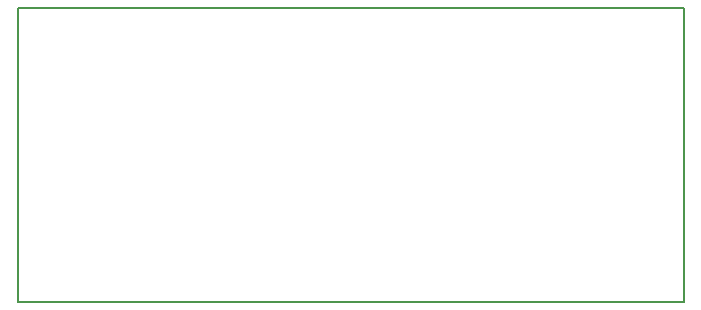
<source format=gm1>
G04 #@! TF.FileFunction,Profile,NP*
%FSLAX46Y46*%
G04 Gerber Fmt 4.6, Leading zero omitted, Abs format (unit mm)*
G04 Created by KiCad (PCBNEW 4.0.7) date Thu May  3 16:22:41 2018*
%MOMM*%
%LPD*%
G01*
G04 APERTURE LIST*
%ADD10C,0.100000*%
%ADD11C,0.150000*%
G04 APERTURE END LIST*
D10*
D11*
X110236000Y-57404000D02*
X53848000Y-57404000D01*
X110236000Y-57912000D02*
X110236000Y-57404000D01*
X110236000Y-82296000D02*
X110236000Y-57912000D01*
X53848000Y-82296000D02*
X110236000Y-82296000D01*
X53848000Y-57404000D02*
X53848000Y-82296000D01*
M02*

</source>
